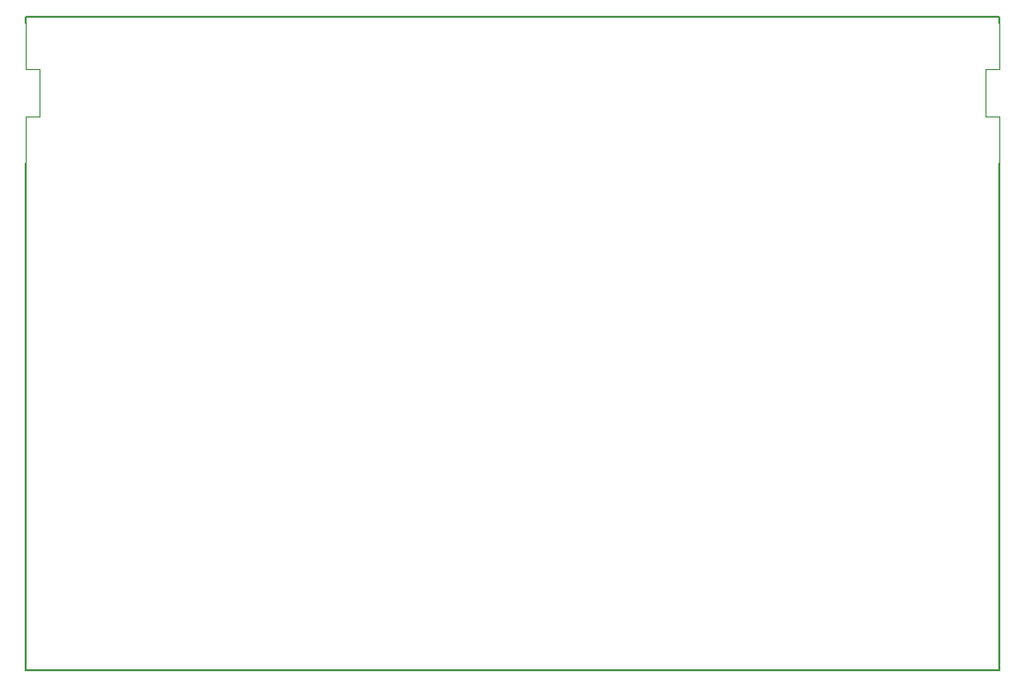
<source format=gbr>
G04 #@! TF.GenerationSoftware,KiCad,Pcbnew,(5.0.1)-3*
G04 #@! TF.CreationDate,2021-08-06T18:40:02+02:00*
G04 #@! TF.ProjectId,Guitar DSP,477569746172204453502E6B69636164,rev?*
G04 #@! TF.SameCoordinates,Original*
G04 #@! TF.FileFunction,Profile,NP*
%FSLAX46Y46*%
G04 Gerber Fmt 4.6, Leading zero omitted, Abs format (unit mm)*
G04 Created by KiCad (PCBNEW (5.0.1)-3) date 06/08/2021 18:40:02*
%MOMM*%
%LPD*%
G01*
G04 APERTURE LIST*
%ADD10C,0.150000*%
G04 #@! TA.AperFunction,NonConductor*
%ADD11C,0.000100*%
G04 #@! TD*
G04 APERTURE END LIST*
D10*
X163500000Y-90000000D02*
X163500000Y-90500000D01*
X80000000Y-90000000D02*
X80000000Y-90500000D01*
X80000000Y-146000000D02*
X80000000Y-102500000D01*
X163500000Y-146000000D02*
X80000000Y-146000000D01*
X163500000Y-102500000D02*
X163500000Y-146000000D01*
X80000000Y-90000000D02*
X163500000Y-90000000D01*
D11*
G04 #@! TO.C,J3*
X80000000Y-90500000D02*
X80000000Y-94500000D01*
X80000000Y-94500000D02*
X81200000Y-94500000D01*
X81200000Y-94500000D02*
X81200000Y-98500000D01*
X81200000Y-98500000D02*
X80000000Y-98500000D01*
X80000000Y-98500000D02*
X80000000Y-102500000D01*
G04 #@! TO.C,J4*
X163500000Y-94500000D02*
X163500000Y-90500000D01*
X162300000Y-94500000D02*
X163500000Y-94500000D01*
X162300000Y-98500000D02*
X162300000Y-94500000D01*
X163500000Y-98500000D02*
X162300000Y-98500000D01*
X163500000Y-102500000D02*
X163500000Y-98500000D01*
G04 #@! TD*
M02*

</source>
